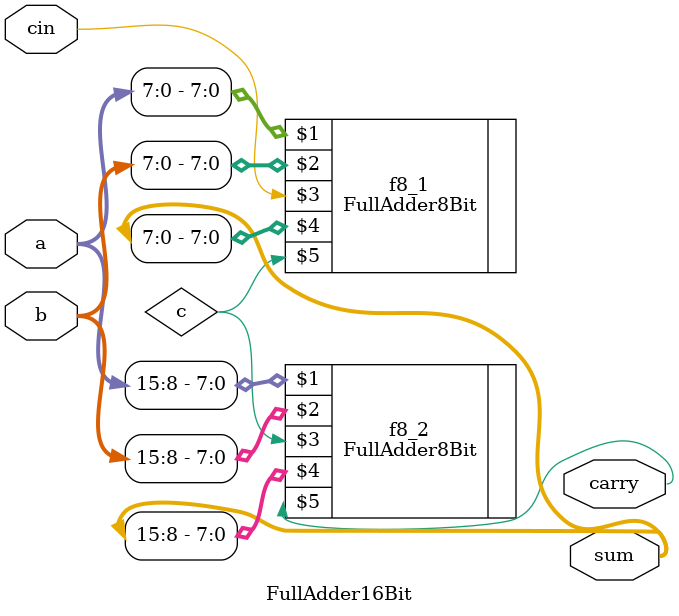
<source format=v>
`include "FullAdder8Bit.v"

module FullAdder16Bit( a, b, cin, sum, carry);
	input [15:0] a,b;
	input cin;
	output [15:0] sum;
	output carry;
	wire c;
	
	FullAdder8Bit f8_1(a[7:0], b[7:0], cin, sum[7:0], c);
	FullAdder8Bit f8_2(a[15:8], b[15:8], c, sum[15:8], carry);
	
endmodule



</source>
